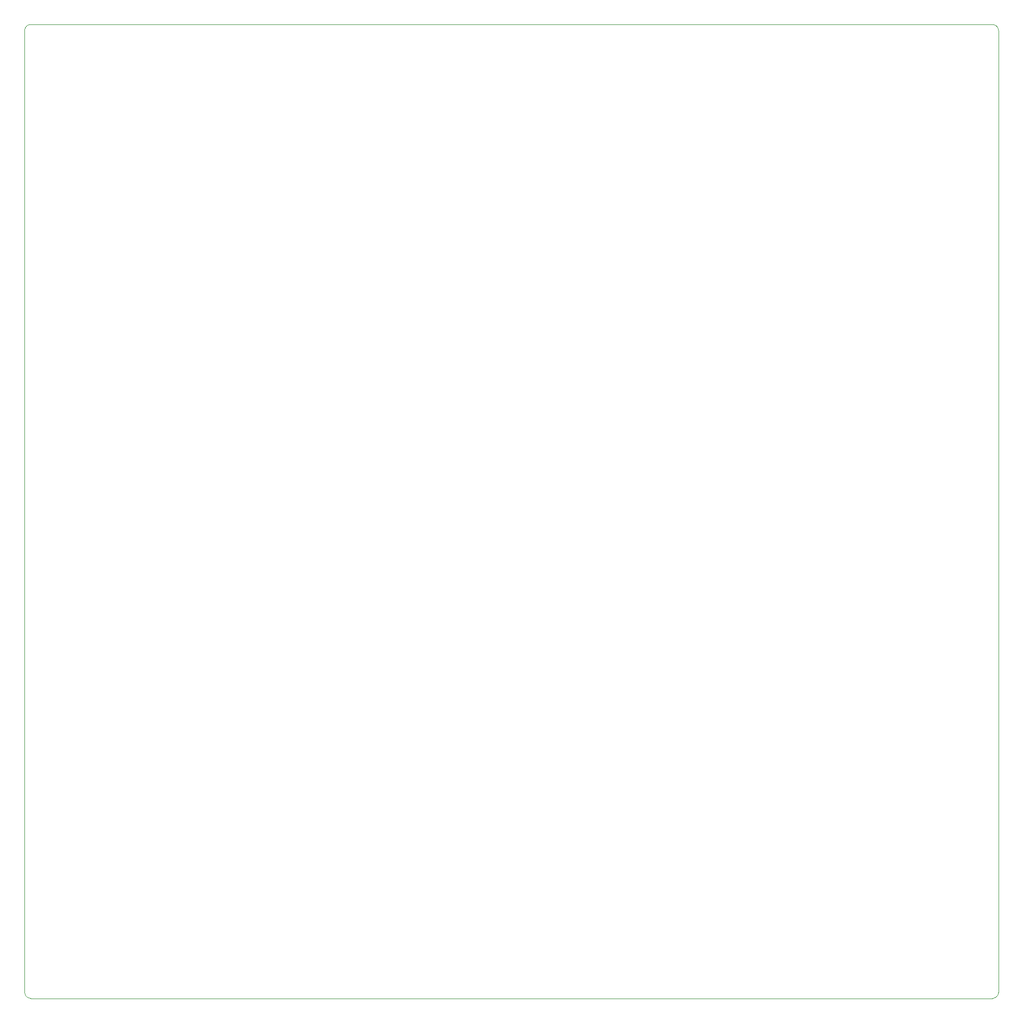
<source format=gm1>
G04 #@! TF.GenerationSoftware,KiCad,Pcbnew,7.0.9-1.fc39*
G04 #@! TF.CreationDate,2023-12-18T12:22:02-05:00*
G04 #@! TF.ProjectId,SYSMATT-WS2812-MATRIX-CARRIER-BLANK,5359534d-4154-4542-9d57-53323831322d,rev?*
G04 #@! TF.SameCoordinates,Original*
G04 #@! TF.FileFunction,Profile,NP*
%FSLAX46Y46*%
G04 Gerber Fmt 4.6, Leading zero omitted, Abs format (unit mm)*
G04 Created by KiCad (PCBNEW 7.0.9-1.fc39) date 2023-12-18 12:22:02*
%MOMM*%
%LPD*%
G01*
G04 APERTURE LIST*
G04 #@! TA.AperFunction,Profile*
%ADD10C,0.100000*%
G04 #@! TD*
G04 APERTURE END LIST*
D10*
X20000000Y-19000000D02*
G75*
G03*
X19000000Y-20000000I0J-1000000D01*
G01*
X20000000Y-181000000D02*
X180000000Y-181000000D01*
X19000000Y-180000000D02*
G75*
G03*
X20000000Y-181000000I1000000J0D01*
G01*
X181000000Y-180000000D02*
X181000000Y-20000000D01*
X181000000Y-20000000D02*
G75*
G03*
X180000000Y-19000000I-1000000J0D01*
G01*
X180000000Y-181000000D02*
G75*
G03*
X181000000Y-180000000I0J1000000D01*
G01*
X180000000Y-19000000D02*
X20000000Y-19000000D01*
X19000000Y-20000000D02*
X19000000Y-180000000D01*
M02*

</source>
